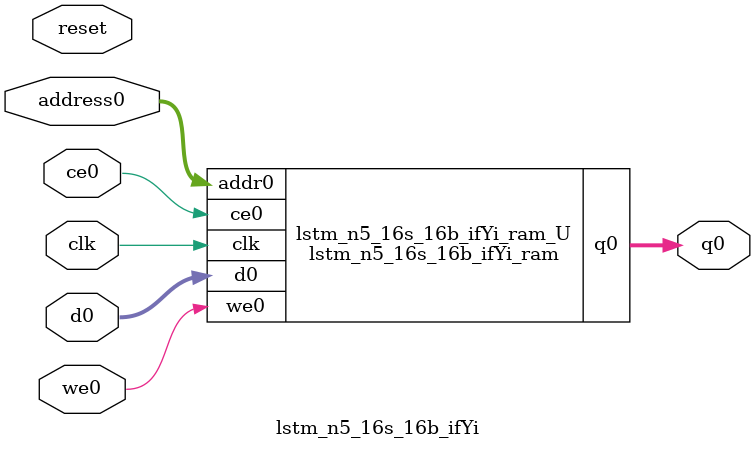
<source format=v>

`timescale 1 ns / 1 ps
module lstm_n5_16s_16b_ifYi_ram (addr0, ce0, d0, we0, q0,  clk);

parameter DWIDTH = 16;
parameter AWIDTH = 3;
parameter MEM_SIZE = 5;

input[AWIDTH-1:0] addr0;
input ce0;
input[DWIDTH-1:0] d0;
input we0;
output reg[DWIDTH-1:0] q0;
input clk;

(* ram_style = "distributed" *)reg [DWIDTH-1:0] ram[0:MEM_SIZE-1];




always @(posedge clk)  
begin 
    if (ce0) 
    begin
        if (we0) 
        begin 
            ram[addr0] <= d0; 
            q0 <= d0;
        end 
        else 
            q0 <= ram[addr0];
    end
end


endmodule


`timescale 1 ns / 1 ps
module lstm_n5_16s_16b_ifYi(
    reset,
    clk,
    address0,
    ce0,
    we0,
    d0,
    q0);

parameter DataWidth = 32'd16;
parameter AddressRange = 32'd5;
parameter AddressWidth = 32'd3;
input reset;
input clk;
input[AddressWidth - 1:0] address0;
input ce0;
input we0;
input[DataWidth - 1:0] d0;
output[DataWidth - 1:0] q0;



lstm_n5_16s_16b_ifYi_ram lstm_n5_16s_16b_ifYi_ram_U(
    .clk( clk ),
    .addr0( address0 ),
    .ce0( ce0 ),
    .d0( d0 ),
    .we0( we0 ),
    .q0( q0 ));

endmodule


</source>
